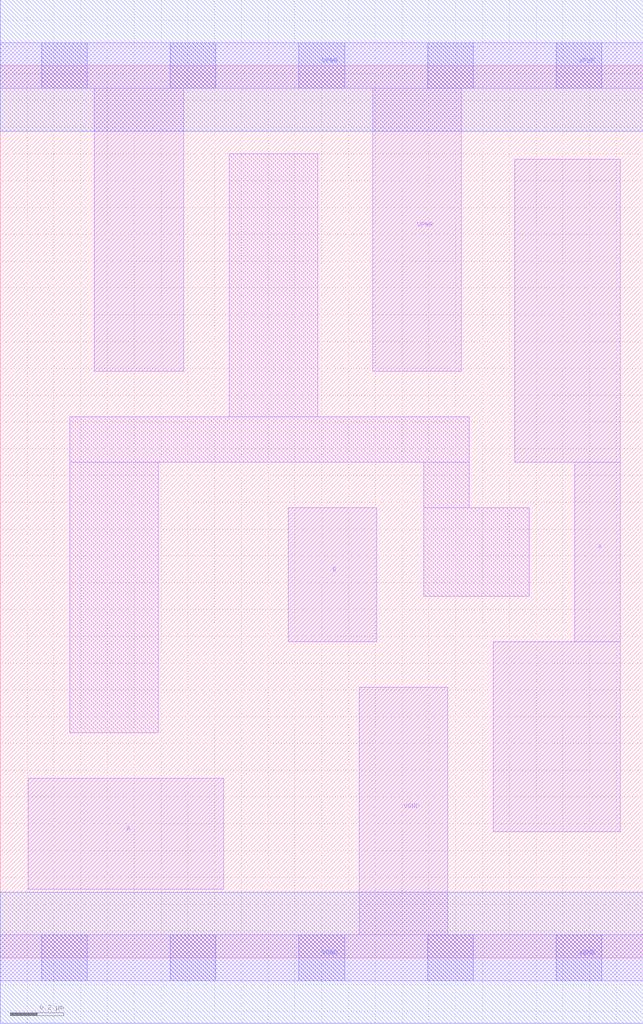
<source format=lef>
# Copyright 2020 The SkyWater PDK Authors
#
# Licensed under the Apache License, Version 2.0 (the "License");
# you may not use this file except in compliance with the License.
# You may obtain a copy of the License at
#
#     https://www.apache.org/licenses/LICENSE-2.0
#
# Unless required by applicable law or agreed to in writing, software
# distributed under the License is distributed on an "AS IS" BASIS,
# WITHOUT WARRANTIES OR CONDITIONS OF ANY KIND, either express or implied.
# See the License for the specific language governing permissions and
# limitations under the License.
#
# SPDX-License-Identifier: Apache-2.0

VERSION 5.7 ;
  NAMESCASESENSITIVE ON ;
  NOWIREEXTENSIONATPIN ON ;
  DIVIDERCHAR "/" ;
  BUSBITCHARS "[]" ;
UNITS
  DATABASE MICRONS 200 ;
END UNITS
MACRO sky130_fd_sc_ls__and2_1
  CLASS CORE ;
  SOURCE USER ;
  FOREIGN sky130_fd_sc_ls__and2_1 ;
  ORIGIN  0.000000  0.000000 ;
  SIZE  2.400000 BY  3.330000 ;
  SYMMETRY X Y ;
  SITE unit ;
  PIN A
    ANTENNAGATEAREA  0.222000 ;
    DIRECTION INPUT ;
    USE SIGNAL ;
    PORT
      LAYER li1 ;
        RECT 0.105000 0.255000 0.835000 0.670000 ;
    END
  END A
  PIN B
    ANTENNAGATEAREA  0.222000 ;
    DIRECTION INPUT ;
    USE SIGNAL ;
    PORT
      LAYER li1 ;
        RECT 1.075000 1.180000 1.405000 1.680000 ;
    END
  END B
  PIN X
    ANTENNADIFFAREA  0.541300 ;
    DIRECTION OUTPUT ;
    USE SIGNAL ;
    PORT
      LAYER li1 ;
        RECT 1.840000 0.470000 2.315000 1.180000 ;
        RECT 1.920000 1.850000 2.315000 2.980000 ;
        RECT 2.145000 1.180000 2.315000 1.850000 ;
    END
  END X
  PIN VGND
    DIRECTION INOUT ;
    SHAPE ABUTMENT ;
    USE GROUND ;
    PORT
      LAYER li1 ;
        RECT 0.000000 -0.085000 2.400000 0.085000 ;
        RECT 1.340000  0.085000 1.670000 1.010000 ;
      LAYER mcon ;
        RECT 0.155000 -0.085000 0.325000 0.085000 ;
        RECT 0.635000 -0.085000 0.805000 0.085000 ;
        RECT 1.115000 -0.085000 1.285000 0.085000 ;
        RECT 1.595000 -0.085000 1.765000 0.085000 ;
        RECT 2.075000 -0.085000 2.245000 0.085000 ;
      LAYER met1 ;
        RECT 0.000000 -0.245000 2.400000 0.245000 ;
    END
  END VGND
  PIN VPWR
    DIRECTION INOUT ;
    SHAPE ABUTMENT ;
    USE POWER ;
    PORT
      LAYER li1 ;
        RECT 0.000000 3.245000 2.400000 3.415000 ;
        RECT 0.350000 2.190000 0.685000 3.245000 ;
        RECT 1.390000 2.190000 1.720000 3.245000 ;
      LAYER mcon ;
        RECT 0.155000 3.245000 0.325000 3.415000 ;
        RECT 0.635000 3.245000 0.805000 3.415000 ;
        RECT 1.115000 3.245000 1.285000 3.415000 ;
        RECT 1.595000 3.245000 1.765000 3.415000 ;
        RECT 2.075000 3.245000 2.245000 3.415000 ;
      LAYER met1 ;
        RECT 0.000000 3.085000 2.400000 3.575000 ;
    END
  END VPWR
  OBS
    LAYER li1 ;
      RECT 0.260000 0.840000 0.590000 1.850000 ;
      RECT 0.260000 1.850000 1.750000 2.020000 ;
      RECT 0.855000 2.020000 1.185000 3.000000 ;
      RECT 1.580000 1.350000 1.975000 1.680000 ;
      RECT 1.580000 1.680000 1.750000 1.850000 ;
  END
END sky130_fd_sc_ls__and2_1

</source>
